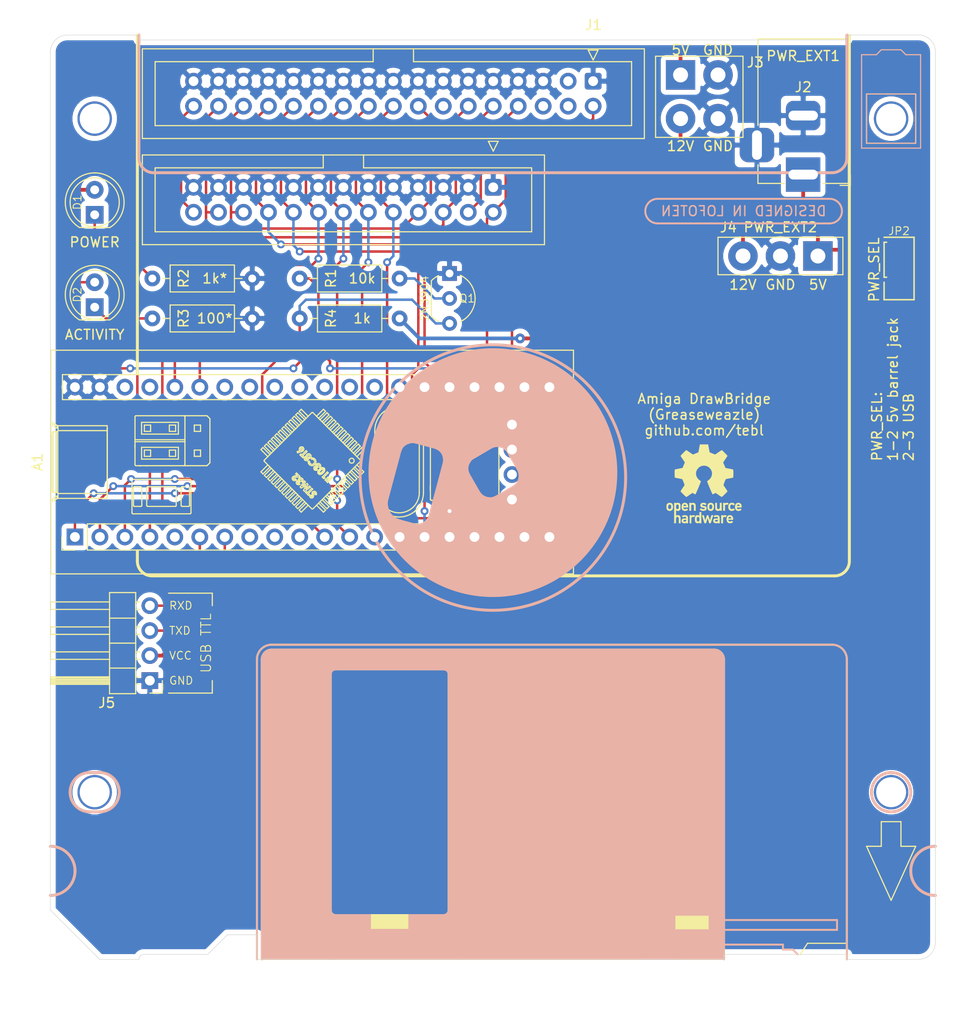
<source format=kicad_pcb>
(kicad_pcb (version 20171130) (host pcbnew "(5.1.8)-1")
  (layers (0 F.Cu signal) (31 B.Cu signal) (34 B.Paste user) (35 F.Paste user) (36 B.SilkS user) (37 F.SilkS user) (38 B.Mask user) (39 F.Mask user) (44 Edge.Cuts user))
  (net 0 "")
  (net 1 /~SIDE1)
  (net 2 /~TRK00)
  (net 3 /~STEP)
  (net 4 /~DIR)
  (net 5 /~MOTEB)
  (net 6 /~RDATA)
  (net 7 /~WDATA)
  (net 8 /~INDEX)
  (net 9 GND)
  (net 10 /~DSKCHG)
  (net 11 /~DRVSB)
  (net 12 /~WGATE)
  (net 13 /~WPT)
  (net 14 "Net-(J2-Pad1)")
  (net 15 "Net-(J3-Pad4)")
  (net 16 VCC)
  (net 17 /~REDWC)
  (net 18 "Net-(D1-Pad1)")
  (net 19 "Net-(D1-Pad2)")
  (net 20 "Net-(D2-Pad1)")
  (net 21 /RXD)
  (net 22 /TXD)
  (net 23 "Net-(A1-Pad22)")
  (net 24 /~MOTEA)
  (net 25 "Net-(D2-Pad2)")
  (net 26 "Net-(Q1-Pad2)")
  (module pwr_drv:PWR_DRV (layer F.Cu) (at 172.085 62.23)
    (fp_text reference J3 (at 7.6 -4.445) (layer F.SilkS))
    (fp_text value PWR_DRV)
    (fp_text user 12V (at 0 4.064) (layer F.SilkS))
    (fp_text user GND (at 3.81 4.064) (layer F.SilkS))
    (fp_text user 5V (at 0 -5.715) (layer F.SilkS))
    (fp_text user GND (at 3.81 -5.715) (layer F.SilkS))
    (pad 3 thru_hole circle (at 3.81 1.27) (size 3 3) (drill 1.52) (layers *.Cu *.Mask) (net 9 GND))
    (pad 1 thru_hole rect (at 0 -3.175) (size 3 3) (drill 1.52) (layers *.Cu *.Mask) (net 19 "Net-(D1-Pad2)"))
    (pad 4 thru_hole circle (at 0 1.27) (size 3 3) (drill 1.52) (layers *.Cu *.Mask) (net 15 "Net-(J3-Pad4)"))
    (pad 2 thru_hole circle (at 3.81 -3.175) (size 3 3) (drill 1.52) (layers *.Cu *.Mask) (net 9 GND))
  )
  (module Connector_IDC:IDC-Header_2x17_P2.54mm_Vertical (layer F.Cu) (at 163.195 59.69 270)
    (fp_text reference J1 (at -5.715 -0.035 180) (layer F.SilkS))
    (fp_text value FDC_PC)
    (pad 1 thru_hole roundrect (at 0 0 270) (size 1.7 1.7) (drill 1) (layers *.Cu *.Mask) (roundrect_rratio 0.1470588235294118) (net 9 GND))
    (pad 3 thru_hole circle (at 0 2.54 270) (size 1.7 1.7) (drill 1) (layers *.Cu *.Mask))
    (pad 5 thru_hole circle (at 0 5.08 270) (size 1.7 1.7) (drill 1) (layers *.Cu *.Mask) (net 9 GND))
    (pad 7 thru_hole circle (at 0 7.62 270) (size 1.7 1.7) (drill 1) (layers *.Cu *.Mask) (net 9 GND))
    (pad 9 thru_hole circle (at 0 10.16 270) (size 1.7 1.7) (drill 1) (layers *.Cu *.Mask) (net 9 GND))
    (pad 11 thru_hole circle (at 0 12.7 270) (size 1.7 1.7) (drill 1) (layers *.Cu *.Mask) (net 9 GND))
    (pad 13 thru_hole circle (at 0 15.24 270) (size 1.7 1.7) (drill 1) (layers *.Cu *.Mask) (net 9 GND))
    (pad 15 thru_hole circle (at 0 17.78 270) (size 1.7 1.7) (drill 1) (layers *.Cu *.Mask) (net 9 GND))
    (pad 17 thru_hole circle (at 0 20.32 270) (size 1.7 1.7) (drill 1) (layers *.Cu *.Mask) (net 9 GND))
    (pad 19 thru_hole circle (at 0 22.86 270) (size 1.7 1.7) (drill 1) (layers *.Cu *.Mask) (net 9 GND))
    (pad 21 thru_hole circle (at 0 25.4 270) (size 1.7 1.7) (drill 1) (layers *.Cu *.Mask) (net 9 GND))
    (pad 23 thru_hole circle (at 0 27.94 270) (size 1.7 1.7) (drill 1) (layers *.Cu *.Mask) (net 9 GND))
    (pad 25 thru_hole circle (at 0 30.48 270) (size 1.7 1.7) (drill 1) (layers *.Cu *.Mask) (net 9 GND))
    (pad 27 thru_hole circle (at 0 33.02 270) (size 1.7 1.7) (drill 1) (layers *.Cu *.Mask) (net 9 GND))
    (pad 29 thru_hole circle (at 0 35.56 270) (size 1.7 1.7) (drill 1) (layers *.Cu *.Mask) (net 9 GND))
    (pad 31 thru_hole circle (at 0 38.1 270) (size 1.7 1.7) (drill 1) (layers *.Cu *.Mask) (net 9 GND))
    (pad 33 thru_hole circle (at 0 40.64 270) (size 1.7 1.7) (drill 1) (layers *.Cu *.Mask) (net 9 GND))
    (pad 2 thru_hole circle (at 2.54 0 270) (size 1.7 1.7) (drill 1) (layers *.Cu *.Mask) (net 17 /~REDWC))
    (pad 4 thru_hole circle (at 2.54 2.54 270) (size 1.7 1.7) (drill 1) (layers *.Cu *.Mask))
    (pad 6 thru_hole circle (at 2.54 5.08 270) (size 1.7 1.7) (drill 1) (layers *.Cu *.Mask))
    (pad 8 thru_hole circle (at 2.54 7.62 270) (size 1.7 1.7) (drill 1) (layers *.Cu *.Mask) (net 8 /~INDEX))
    (pad 10 thru_hole circle (at 2.54 10.16 270) (size 1.7 1.7) (drill 1) (layers *.Cu *.Mask) (net 24 /~MOTEA))
    (pad 12 thru_hole circle (at 2.54 12.7 270) (size 1.7 1.7) (drill 1) (layers *.Cu *.Mask) (net 11 /~DRVSB))
    (pad 14 thru_hole circle (at 2.54 15.24 270) (size 1.7 1.7) (drill 1) (layers *.Cu *.Mask))
    (pad 16 thru_hole circle (at 2.54 17.78 270) (size 1.7 1.7) (drill 1) (layers *.Cu *.Mask) (net 5 /~MOTEB))
    (pad 18 thru_hole circle (at 2.54 20.32 270) (size 1.7 1.7) (drill 1) (layers *.Cu *.Mask) (net 4 /~DIR))
    (pad 20 thru_hole circle (at 2.54 22.86 270) (size 1.7 1.7) (drill 1) (layers *.Cu *.Mask) (net 3 /~STEP))
    (pad 22 thru_hole circle (at 2.54 25.4 270) (size 1.7 1.7) (drill 1) (layers *.Cu *.Mask) (net 7 /~WDATA))
    (pad 24 thru_hole circle (at 2.54 27.94 270) (size 1.7 1.7) (drill 1) (layers *.Cu *.Mask) (net 12 /~WGATE))
    (pad 26 thru_hole circle (at 2.54 30.48 270) (size 1.7 1.7) (drill 1) (layers *.Cu *.Mask) (net 2 /~TRK00))
    (pad 28 thru_hole circle (at 2.54 33.02 270) (size 1.7 1.7) (drill 1) (layers *.Cu *.Mask) (net 13 /~WPT))
    (pad 30 thru_hole circle (at 2.54 35.56 270) (size 1.7 1.7) (drill 1) (layers *.Cu *.Mask) (net 6 /~RDATA))
    (pad 32 thru_hole circle (at 2.54 38.1 270) (size 1.7 1.7) (drill 1) (layers *.Cu *.Mask) (net 1 /~SIDE1))
    (pad 34 thru_hole circle (at 2.54 40.64 270) (size 1.7 1.7) (drill 1) (layers *.Cu *.Mask) (net 10 /~DSKCHG))
  )
  (module Symbol:OSHW-Logo_7.5x8mm_SilkScreen (layer F.Cu) (at 174.463 100.638)
    (fp_text reference REF** hide)
    (fp_text value OSHW-Logo_7.5x8mm_SilkScreen hide)
  )
  (module Connector_BarrelJack:BarrelJack_Horizontal (layer F.Cu) (at 184.5564 69.1896 270)
    (fp_text reference J2 (at -8.89 0 180) (layer F.SilkS))
    (fp_text value PWR_EXT1 (at -12.065 0) (layer F.SilkS))
    (pad 1 thru_hole rect (at 0 0 270) (size 3.5 3.5) (drill oval 1 3) (layers *.Cu *.Mask) (net 14 "Net-(J2-Pad1)"))
    (pad 2 thru_hole roundrect (at -6 0 270) (size 3 3.5) (drill oval 1 3) (layers *.Cu *.Mask) (net 9 GND))
    (pad 3 thru_hole roundrect (at -3 4.7 270) (size 3.5 3.5) (drill oval 3 1) (layers *.Cu *.Mask) (net 9 GND))
  )
  (module solder_bridge:select (layer F.Cu) (at 194.31 76.835)
    (fp_text reference JP2 (at 0 -1.905) (layer F.SilkS) (effects (font (size 0.8 0.8) (thickness 0.1))))
    (fp_text value PWR_SEL (at -2.54 2.032 90 unlocked) (layer F.SilkS))
    (pad 3 smd oval (at 0 3.81) (size 2 1.5) (layers F.Cu F.Paste F.Mask) (net 16 VCC))
    (pad 2 smd oval (at 0 1.905) (size 2 1.5) (layers F.Cu F.Paste F.Mask) (net 19 "Net-(D1-Pad2)"))
    (pad 1 smd rect (at 0 0) (size 2 1.5) (layers F.Cu F.Paste F.Mask) (net 14 "Net-(J2-Pad1)"))
  )
  (module mounting:M3_pin (layer F.Cu) (at 112.5 132)
    (fp_text reference M1 hide)
    (fp_text value Mounting hide)
    (pad 1 thru_hole circle (at 0 0) (size 3.5 3.5) (drill 3.048) (layers *.Cu *.Mask))
  )
  (module mounting:M3_pin (layer F.Cu) (at 193.5 132)
    (fp_text reference M2 hide)
    (fp_text value Mounting hide)
    (pad 1 thru_hole circle (at 0 0) (size 3.5 3.5) (drill 3.048) (layers *.Cu *.Mask))
  )
  (module mounting:M3_pin (layer F.Cu) (at 193.5 63.5)
    (fp_text reference M3 hide)
    (fp_text value Mounting hide)
    (pad 1 thru_hole circle (at 0 0) (size 3.5 3.5) (drill 3.048) (layers *.Cu *.Mask))
  )
  (module mounting:M3_pin (layer F.Cu) (at 112.5 63.5)
    (fp_text reference M4 hide)
    (fp_text value Mounting hide)
    (pad 1 thru_hole circle (at 0 0) (size 3.5 3.5) (drill 3.048) (layers *.Cu *.Mask))
  )
  (module LED_THT:LED_D5.0mm (layer F.Cu) (at 112.5 73.279 90)
    (fp_text reference D1 (at 1.27 -1.756 270) (layer F.SilkS) (effects (font (size 0.8 0.8) (thickness 0.1))))
    (fp_text value LED_PWR)
    (pad 1 thru_hole rect (at 0 0 90) (size 1.8 1.8) (drill 0.9) (layers *.Cu *.Mask) (net 18 "Net-(D1-Pad1)"))
    (pad 2 thru_hole circle (at 2.54 0 90) (size 1.8 1.8) (drill 0.9) (layers *.Cu *.Mask) (net 19 "Net-(D1-Pad2)"))
  )
  (module LED_THT:LED_D5.0mm (layer F.Cu) (at 112.5 82.677 90)
    (fp_text reference D2 (at 1.27 -1.756 270) (layer F.SilkS) (effects (font (size 0.8 0.8) (thickness 0.1))))
    (fp_text value LED_ACT)
    (pad 2 thru_hole circle (at 2.54 0 90) (size 1.8 1.8) (drill 0.9) (layers *.Cu *.Mask) (net 25 "Net-(D2-Pad2)"))
    (pad 1 thru_hole rect (at 0 0 90) (size 1.8 1.8) (drill 0.9) (layers *.Cu *.Mask) (net 20 "Net-(D2-Pad1)"))
  )
  (module pwr_drv:PWR_EXT (layer F.Cu) (at 182.245 80.645)
    (fp_text reference J4 (at -5.2959 -6.0833) (layer F.SilkS))
    (fp_text value PWR_EXT2 (at 0 -6.096) (layer F.SilkS))
    (fp_text user 5V (at 3.81 -0.254) (layer F.SilkS))
    (fp_text user GND (at 0 -0.254) (layer F.SilkS))
    (fp_text user 12V (at -3.81 -0.254) (layer F.SilkS))
    (pad 1 thru_hole rect (at 3.81 -3.175) (size 3 3) (drill 1.52) (layers *.Cu *.Mask) (net 14 "Net-(J2-Pad1)"))
    (pad 3 thru_hole circle (at -3.81 -3.175) (size 3 3) (drill 1.52) (layers *.Cu *.Mask) (net 15 "Net-(J3-Pad4)"))
    (pad 2 thru_hole circle (at 0 -3.175) (size 3 3) (drill 1.52) (layers *.Cu *.Mask) (net 9 GND))
  )
  (module Resistor_THT:R_Axial_DIN0207_L6.3mm_D2.5mm_P10.16mm_Horizontal (layer F.Cu) (at 118.364 79.756)
    (fp_text reference R2 (at 3.175 0 90) (layer F.SilkS))
    (fp_text value 1k* (at 6.35 0) (layer F.SilkS))
    (pad 2 thru_hole oval (at 10.16 0) (size 1.6 1.6) (drill 0.8) (layers *.Cu *.Mask) (net 9 GND))
    (pad 1 thru_hole circle (at 0 0) (size 1.6 1.6) (drill 0.8) (layers *.Cu *.Mask) (net 18 "Net-(D1-Pad1)"))
  )
  (module Resistor_THT:R_Axial_DIN0207_L6.3mm_D2.5mm_P10.16mm_Horizontal (layer F.Cu) (at 118.364 83.82)
    (fp_text reference R3 (at 3.175 0 90) (layer F.SilkS))
    (fp_text value 100* (at 6.35 0) (layer F.SilkS))
    (pad 1 thru_hole circle (at 0 0) (size 1.6 1.6) (drill 0.8) (layers *.Cu *.Mask) (net 20 "Net-(D2-Pad1)"))
    (pad 2 thru_hole oval (at 10.16 0) (size 1.6 1.6) (drill 0.8) (layers *.Cu *.Mask) (net 9 GND))
  )
  (module stm32_blue_pill:STM32_Blue_Pill (layer F.Cu) (at 110.49 106.045 90)
    (fp_text reference A1 (at 7.62 -3.81 90) (layer F.SilkS))
    (fp_text value STM32_Blue_Pill hide)
    (fp_text user 3V3 (at 3.81 47.498 unlocked) (layer F.SilkS) (effects (font (size 1 0.9))))
    (fp_text user SWO (at 6.35 47.498 unlocked) (layer F.SilkS) (effects (font (size 1 0.9))))
    (fp_text user SWCLK (at 8.89 48.26 unlocked) (layer F.SilkS) (effects (font (size 1 0.9))))
    (fp_text user GND (at 11.43 47.498 unlocked) (layer F.SilkS) (effects (font (size 1 0.9))))
    (pad A thru_hole circle (at 3.81 44.45 90) (size 1.7 1.7) (drill 1) (layers *.Cu *.Mask))
    (pad B thru_hole circle (at 6.35 44.45 90) (size 1.7 1.7) (drill 1) (layers *.Cu *.Mask))
    (pad C thru_hole circle (at 8.89 44.45 90) (size 1.7 1.7) (drill 1) (layers *.Cu *.Mask))
    (pad D thru_hole circle (at 11.43 44.45 90) (size 1.7 1.7) (drill 1) (layers *.Cu *.Mask))
    (pad 40 thru_hole circle (at 15.24 0 90) (size 1.7 1.7) (drill 1) (layers *.Cu *.Mask) (net 9 GND))
    (pad 1 thru_hole rect (at 0 0 90) (size 1.7 1.7) (drill 1) (layers *.Cu *.Mask) (net 4 /~DIR))
    (pad 39 thru_hole circle (at 15.24 2.54 90) (size 1.7 1.7) (drill 1) (layers *.Cu *.Mask) (net 9 GND))
    (pad 2 thru_hole circle (at 0 2.54 90) (size 1.7 1.7) (drill 1) (layers *.Cu *.Mask) (net 3 /~STEP))
    (pad 38 thru_hole circle (at 15.24 5.08 90) (size 1.7 1.7) (drill 1) (layers *.Cu *.Mask))
    (pad 3 thru_hole circle (at 0 5.08 90) (size 1.7 1.7) (drill 1) (layers *.Cu *.Mask) (net 12 /~WGATE))
    (pad 37 thru_hole circle (at 15.24 7.62 90) (size 1.7 1.7) (drill 1) (layers *.Cu *.Mask))
    (pad 4 thru_hole circle (at 0 7.62 90) (size 1.7 1.7) (drill 1) (layers *.Cu *.Mask) (net 1 /~SIDE1))
    (pad 36 thru_hole circle (at 15.24 10.16 90) (size 1.7 1.7) (drill 1) (layers *.Cu *.Mask) (net 5 /~MOTEB))
    (pad 5 thru_hole circle (at 0 10.16 90) (size 1.7 1.7) (drill 1) (layers *.Cu *.Mask))
    (pad 35 thru_hole circle (at 15.24 12.7 90) (size 1.7 1.7) (drill 1) (layers *.Cu *.Mask) (net 11 /~DRVSB))
    (pad 6 thru_hole circle (at 0 12.7 90) (size 1.7 1.7) (drill 1) (layers *.Cu *.Mask) (net 21 /RXD))
    (pad 34 thru_hole circle (at 15.24 15.24 90) (size 1.7 1.7) (drill 1) (layers *.Cu *.Mask))
    (pad 7 thru_hole circle (at 0 15.24 90) (size 1.7 1.7) (drill 1) (layers *.Cu *.Mask) (net 22 /TXD))
    (pad 33 thru_hole circle (at 15.24 17.78 90) (size 1.7 1.7) (drill 1) (layers *.Cu *.Mask))
    (pad 8 thru_hole circle (at 0 17.78 90) (size 1.7 1.7) (drill 1) (layers *.Cu *.Mask))
    (pad 32 thru_hole circle (at 15.24 20.32 90) (size 1.7 1.7) (drill 1) (layers *.Cu *.Mask))
    (pad 9 thru_hole circle (at 0 20.32 90) (size 1.7 1.7) (drill 1) (layers *.Cu *.Mask))
    (pad 31 thru_hole circle (at 15.24 22.86 90) (size 1.7 1.7) (drill 1) (layers *.Cu *.Mask))
    (pad 10 thru_hole circle (at 0 22.86 90) (size 1.7 1.7) (drill 1) (layers *.Cu *.Mask))
    (pad 30 thru_hole circle (at 15.24 25.4 90) (size 1.7 1.7) (drill 1) (layers *.Cu *.Mask))
    (pad 11 thru_hole circle (at 0 25.4 90) (size 1.7 1.7) (drill 1) (layers *.Cu *.Mask) (net 6 /~RDATA))
    (pad 29 thru_hole circle (at 15.24 27.94 90) (size 1.7 1.7) (drill 1) (layers *.Cu *.Mask))
    (pad 12 thru_hole circle (at 0 27.94 90) (size 1.7 1.7) (drill 1) (layers *.Cu *.Mask) (net 7 /~WDATA))
    (pad 28 thru_hole circle (at 15.24 30.48 90) (size 1.7 1.7) (drill 1) (layers *.Cu *.Mask))
    (pad 13 thru_hole circle (at 0 30.48 90) (size 1.7 1.7) (drill 1) (layers *.Cu *.Mask))
    (pad 27 thru_hole circle (at 15.24 33.02 90) (size 1.7 1.7) (drill 1) (layers *.Cu *.Mask))
    (pad 14 thru_hole circle (at 0 33.02 90) (size 1.7 1.7) (drill 1) (layers *.Cu *.Mask) (net 8 /~INDEX))
    (pad 26 thru_hole circle (at 15.24 35.56 90) (size 1.7 1.7) (drill 1) (layers *.Cu *.Mask))
    (pad 15 thru_hole circle (at 0 35.56 90) (size 1.7 1.7) (drill 1) (layers *.Cu *.Mask) (net 2 /~TRK00))
    (pad 25 thru_hole circle (at 15.24 38.1 90) (size 1.7 1.7) (drill 1) (layers *.Cu *.Mask))
    (pad 16 thru_hole circle (at 0 38.1 90) (size 1.7 1.7) (drill 1) (layers *.Cu *.Mask) (net 13 /~WPT))
    (pad 24 thru_hole circle (at 15.24 40.64 90) (size 1.7 1.7) (drill 1) (layers *.Cu *.Mask))
    (pad 17 thru_hole circle (at 0 40.64 90) (size 1.7 1.7) (drill 1) (layers *.Cu *.Mask) (net 17 /~REDWC))
    (pad 23 thru_hole circle (at 15.24 43.18 90) (size 1.7 1.7) (drill 1) (layers *.Cu *.Mask))
    (pad 18 thru_hole circle (at 0 43.18 90) (size 1.7 1.7) (drill 1) (layers *.Cu *.Mask) (net 16 VCC))
    (pad 22 thru_hole circle (at 15.24 45.72 90) (size 1.7 1.7) (drill 1) (layers *.Cu *.Mask) (net 23 "Net-(A1-Pad22)"))
    (pad 19 thru_hole circle (at 0 45.72 90) (size 1.7 1.7) (drill 1) (layers *.Cu *.Mask) (net 9 GND))
    (pad 21 thru_hole circle (at 15.24 48.26 90) (size 1.7 1.7) (drill 1) (layers *.Cu *.Mask))
    (pad 20 thru_hole circle (at 0 48.26 90) (size 1.7 1.7) (drill 1) (layers *.Cu *.Mask))
  )
  (module Connector_PinHeader_2.54mm:PinHeader_1x04_P2.54mm_Horizontal (layer F.Cu) (at 118.11 120.65 180)
    (fp_text reference J5 (at 4.385 -2.27) (layer F.SilkS))
    (fp_text value USB_TTL)
    (pad 1 thru_hole rect (at 0 0 180) (size 1.7 1.7) (drill 1) (layers *.Cu *.Mask) (net 9 GND))
    (pad 2 thru_hole oval (at 0 2.54 180) (size 1.7 1.7) (drill 1) (layers *.Cu *.Mask) (net 16 VCC))
    (pad 3 thru_hole oval (at 0 5.08 180) (size 1.7 1.7) (drill 1) (layers *.Cu *.Mask) (net 22 /TXD))
    (pad 4 thru_hole oval (at 0 7.62 180) (size 1.7 1.7) (drill 1) (layers *.Cu *.Mask) (net 21 /RXD))
  )
  (module Connector_IDC:IDC-Header_2x13_P2.54mm_Vertical (layer F.Cu) (at 153.035 70.485 270)
    (fp_text reference J6 hide)
    (fp_text value FDC_Amstrad)
    (pad 1 thru_hole roundrect (at 0 0 270) (size 1.7 1.7) (drill 1) (layers *.Cu *.Mask) (roundrect_rratio 0.147059) (net 9 GND))
    (pad 3 thru_hole circle (at 0 2.54 270) (size 1.7 1.7) (drill 1) (layers *.Cu *.Mask) (net 9 GND))
    (pad 5 thru_hole circle (at 0 5.08 270) (size 1.7 1.7) (drill 1) (layers *.Cu *.Mask) (net 9 GND))
    (pad 7 thru_hole circle (at 0 7.62 270) (size 1.7 1.7) (drill 1) (layers *.Cu *.Mask) (net 9 GND))
    (pad 9 thru_hole circle (at 0 10.16 270) (size 1.7 1.7) (drill 1) (layers *.Cu *.Mask) (net 9 GND))
    (pad 11 thru_hole circle (at 0 12.7 270) (size 1.7 1.7) (drill 1) (layers *.Cu *.Mask) (net 9 GND))
    (pad 13 thru_hole circle (at 0 15.24 270) (size 1.7 1.7) (drill 1) (layers *.Cu *.Mask) (net 9 GND))
    (pad 15 thru_hole circle (at 0 17.78 270) (size 1.7 1.7) (drill 1) (layers *.Cu *.Mask) (net 9 GND))
    (pad 17 thru_hole circle (at 0 20.32 270) (size 1.7 1.7) (drill 1) (layers *.Cu *.Mask) (net 9 GND))
    (pad 19 thru_hole circle (at 0 22.86 270) (size 1.7 1.7) (drill 1) (layers *.Cu *.Mask) (net 9 GND))
    (pad 21 thru_hole circle (at 0 25.4 270) (size 1.7 1.7) (drill 1) (layers *.Cu *.Mask) (net 9 GND))
    (pad 23 thru_hole circle (at 0 27.94 270) (size 1.7 1.7) (drill 1) (layers *.Cu *.Mask) (net 9 GND))
    (pad 25 thru_hole circle (at 0 30.48 270) (size 1.7 1.7) (drill 1) (layers *.Cu *.Mask) (net 9 GND))
    (pad 2 thru_hole circle (at 2.54 0 270) (size 1.7 1.7) (drill 1) (layers *.Cu *.Mask) (net 8 /~INDEX))
    (pad 4 thru_hole circle (at 2.54 2.54 270) (size 1.7 1.7) (drill 1) (layers *.Cu *.Mask) (net 24 /~MOTEA))
    (pad 6 thru_hole circle (at 2.54 5.08 270) (size 1.7 1.7) (drill 1) (layers *.Cu *.Mask) (net 11 /~DRVSB))
    (pad 8 thru_hole circle (at 2.54 7.62 270) (size 1.7 1.7) (drill 1) (layers *.Cu *.Mask) (net 5 /~MOTEB))
    (pad 10 thru_hole circle (at 2.54 10.16 270) (size 1.7 1.7) (drill 1) (layers *.Cu *.Mask) (net 4 /~DIR))
    (pad 12 thru_hole circle (at 2.54 12.7 270) (size 1.7 1.7) (drill 1) (layers *.Cu *.Mask) (net 3 /~STEP))
    (pad 14 thru_hole circle (at 2.54 15.24 270) (size 1.7 1.7) (drill 1) (layers *.Cu *.Mask) (net 7 /~WDATA))
    (pad 16 thru_hole circle (at 2.54 17.78 270) (size 1.7 1.7) (drill 1) (layers *.Cu *.Mask) (net 12 /~WGATE))
    (pad 18 thru_hole circle (at 2.54 20.32 270) (size 1.7 1.7) (drill 1) (layers *.Cu *.Mask) (net 2 /~TRK00))
    (pad 20 thru_hole circle (at 2.54 22.86 270) (size 1.7 1.7) (drill 1) (layers *.Cu *.Mask) (net 13 /~WPT))
    (pad 22 thru_hole circle (at 2.54 25.4 270) (size 1.7 1.7) (drill 1) (layers *.Cu *.Mask) (net 6 /~RDATA))
    (pad 24 thru_hole circle (at 2.54 27.94 270) (size 1.7 1.7) (drill 1) (layers *.Cu *.Mask) (net 1 /~SIDE1))
    (pad 26 thru_hole circle (at 2.54 30.48 270) (size 1.7 1.7) (drill 1) (layers *.Cu *.Mask) (net 10 /~DSKCHG))
  )
  (module Package_TO_SOT_THT:TO-92_Inline_Wide (layer F.Cu) (at 148.59 79.248 270)
    (fp_text reference Q1 (at 2.54 -1.778 180) (layer F.SilkS) (effects (font (size 0.8 0.8) (thickness 0.1))))
    (fp_text value 2N3904 (at 2.54 2.54 90) (layer F.SilkS) (effects (font (size 0.8 0.8) (thickness 0.1))))
    (pad 2 thru_hole circle (at 2.54 0 270) (size 1.5 1.5) (drill 0.8) (layers *.Cu *.Mask) (net 26 "Net-(Q1-Pad2)"))
    (pad 3 thru_hole circle (at 5.08 0 270) (size 1.5 1.5) (drill 0.8) (layers *.Cu *.Mask) (net 25 "Net-(D2-Pad2)"))
    (pad 1 thru_hole rect (at 0 0 270) (size 1.5 1.5) (drill 0.8) (layers *.Cu *.Mask) (net 9 GND))
  )
  (module Resistor_THT:R_Axial_DIN0207_L6.3mm_D2.5mm_P10.16mm_Horizontal (layer F.Cu) (at 133.35 79.756)
    (fp_text reference R1 (at 3.175 0 90) (layer F.SilkS))
    (fp_text value 10k (at 6.35 0) (layer F.SilkS))
    (pad 2 thru_hole oval (at 10.16 0) (size 1.6 1.6) (drill 0.8) (layers *.Cu *.Mask) (net 26 "Net-(Q1-Pad2)"))
    (pad 1 thru_hole circle (at 0 0) (size 1.6 1.6) (drill 0.8) (layers *.Cu *.Mask) (net 23 "Net-(A1-Pad22)"))
  )
  (module Resistor_THT:R_Axial_DIN0207_L6.3mm_D2.5mm_P10.16mm_Horizontal (layer F.Cu) (at 143.51 83.82 180)
    (fp_text reference R4 (at 6.985 0 90) (layer F.SilkS))
    (fp_text value 1k (at 3.81 0) (layer F.SilkS))
    (pad 1 thru_hole circle (at 0 0 180) (size 1.6 1.6) (drill 0.8) (layers *.Cu *.Mask) (net 16 VCC))
    (pad 2 thru_hole oval (at 10.16 0 180) (size 1.6 1.6) (drill 0.8) (layers *.Cu *.Mask) (net 25 "Net-(D2-Pad2)"))
  )
  (gr_line (start 124.46 121.92) (end 120.015 121.92) (layer F.SilkS) (width 0.12))
  (gr_line (start 124.46 120.65) (end 124.46 121.92) (layer F.SilkS) (width 0.12))
  (gr_line (start 124.46 111.76) (end 124.46 113.03) (layer F.SilkS) (width 0.12))
  (gr_line (start 120.015 111.76) (end 124.46 111.76) (layer F.SilkS) (width 0.12))
  (gr_text "USB TTL" (at 123.825 116.84 90) (layer F.SilkS) (effects (font (size 1 1) (thickness 0.1))))
  (gr_text RXD (at 120.015 113.03) (layer F.SilkS) (effects (font (size 0.8 0.8) (thickness 0.1)) (justify left)))
  (gr_text TXD (at 120.015 115.57) (layer F.SilkS) (effects (font (size 0.8 0.8) (thickness 0.1)) (justify left)))
  (gr_text VCC (at 120.015 118.11) (layer F.SilkS) (effects (font (size 0.8 0.8) (thickness 0.1)) (justify left)))
  (gr_text GND (at 120.015 120.65) (layer F.SilkS) (effects (font (size 0.8 0.8) (thickness 0.1)) (justify left)))
  (gr_arc (start 196.3 147.3) (end 196.3 149) (angle -90) (layer Edge.Cuts) (width 0.05))
  (gr_arc (start 196.3 56.7) (end 198 56.7) (angle -90) (layer Edge.Cuts) (width 0.05))
  (gr_text ACTIVITY (at 112.5 85.471) (layer F.SilkS) (effects (font (size 1 1))))
  (gr_text POWER (at 112.5 76.073) (layer F.SilkS) (effects (font (size 1 1))))
  (gr_text "Amiga DrawBridge\n(Greaseweazle)\ngithub.com/tebl" (at 174.498 93.6) (layer F.SilkS) (effects (font (size 1 1))))
  (gr_text "PWR_SEL:\n1-2 5v barrel jack\n2-3 USB" (at 193.675 98.425 90) (layer F.SilkS) (effects (font (size 1 1)) (justify left)))
  (gr_line (start 116.84 107.4674) (end 116.84 108.5) (layer F.SilkS) (width 0.3))
  (gr_line (start 196 61) (end 191 61) (layer F.SilkS) (width 0.12))
  (gr_line (start 191 61) (end 191 66) (layer B.SilkS) (width 0.12))
  (gr_line (start 196 61) (end 191 61) (layer B.SilkS) (width 0.12))
  (gr_line (start 196 66) (end 196 61) (layer B.SilkS) (width 0.12))
  (gr_line (start 191 66) (end 191 61) (layer F.SilkS) (width 0.12))
  (gr_line (start 191 66) (end 196 66) (layer B.SilkS) (width 0.12))
  (gr_line (start 196 61) (end 196 66) (layer F.SilkS) (width 0.12))
  (gr_line (start 196 66) (end 191 66) (layer F.SilkS) (width 0.12))
  (gr_poly (pts (xy 155.7 87.3) (xy 157.8 87.9) (xy 159.5 88.8) (xy 161.3 90.1) (xy 162.4 91.3) (xy 163.1 92.1) (xy 163.8 93.2) (xy 164.2 94) (xy 147.1 88.5) (xy 148.4 87.9) (xy 150.3 87.3) (xy 152 87) (xy 153.6 87)) (layer B.SilkS) (width 0.1))
  (gr_poly (pts (xy 150.5 98.7) (xy 150.4 99.1) (xy 150.5 99.4) (xy 150.615185 99.711237) (xy 150.8 100) (xy 147.6 100) (xy 147.953637 98.530233) (xy 148 98.2) (xy 150.8 98.2)) (layer B.SilkS) (width 0.1))
  (gr_poly (pts (xy 164.2 94) (xy 165.1 96.3) (xy 165.5 98.9) (xy 165.3 101.7) (xy 164.8 103.7) (xy 146.530132 103.842824) (xy 146.7 103.2) (xy 147.2 101.4) (xy 147.6 100) (xy 150.8 100) (xy 151.615185 101.443288) (xy 151.9 101.8) (xy 152.3 102) (xy 152.8 102.1) (xy 153.1 102) (xy 153.5 101.8) (xy 155.2 100.8) (xy 155.4 100.6) (xy 155.6 100.3) (xy 155.7 99.8) (xy 155.6 99.4) (xy 155.3 98.8) (xy 154.4 97.3) (xy 154.1 97) (xy 153.5 96.8) (xy 153 96.9) (xy 150.8 98.2) (xy 148 98.2) (xy 147.9 97.7) (xy 147.8 97.5) (xy 147.5 97.2) (xy 147.069753 96.999301) (xy 147.1 88.5)) (layer B.SilkS) (width 0.1))
  (gr_poly (pts (xy 143.2 98.9) (xy 142.312875 102.195177) (xy 142.2 102.7) (xy 142.5 103.6) (xy 142.8 103.9) (xy 143.2 104.2) (xy 143.8 104.4) (xy 144.9 104.7) (xy 145.3 104.8) (xy 145.8 104.7) (xy 146.1 104.5) (xy 146.4 104.2) (xy 146.530132 103.842824) (xy 164.8 103.7) (xy 163.8 105.7) (xy 162.6 107.5) (xy 161.4 108.7) (xy 160 109.9) (xy 158.5 110.7) (xy 157.4 111.2) (xy 155.7 111.7) (xy 154.4 111.9) (xy 152.8 112) (xy 151.2 111.9) (xy 149.7 111.6) (xy 148.1 111) (xy 146.7 110.3) (xy 145.1 109.2) (xy 143.7 107.9) (xy 142.7 106.6) (xy 141.8 105.1) (xy 141.2 103.6) (xy 140.7 102) (xy 140.5 100.6) (xy 140.5 98.9) (xy 140.7 97.4) (xy 143.6 97.4)) (layer B.SilkS) (width 0.1))
  (gr_poly (pts (xy 147.069753 96.999301) (xy 145.3 96.5) (xy 144.8 96.4) (xy 144.2 96.6) (xy 143.8 96.9) (xy 143.60697 97.365549) (xy 143.6 97.4) (xy 140.7 97.4) (xy 141.2 95.4) (xy 141.9 93.8) (xy 142.9 92.2) (xy 143.6 91.3) (xy 145.8 89.3) (xy 147.1 88.5)) (layer B.SilkS) (width 0.1))
  (gr_poly (pts (xy 176 117.6) (xy 176.4 118) (xy 176.5 118.5) (xy 176.5 144.5) (xy 171.5 144.5) (xy 171.5 146) (xy 148.5 146) (xy 148.5 120) (xy 148.7 117.5) (xy 175.5 117.5)) (layer B.SilkS) (width 0.1))
  (gr_poly (pts (xy 148.7 120) (xy 148.5 120) (xy 148.5 119.8) (xy 148.3 119.6) (xy 148 119.5) (xy 136.8 119.5) (xy 136.6 119.7) (xy 136.5 120) (xy 136.5 144.1) (xy 136.7 144.4) (xy 137 144.5) (xy 140.5 144.5) (xy 140.5 146) (xy 144.5 146) (xy 144.5 144.5) (xy 148.2 144.5) (xy 148.4 144.3) (xy 148.5 144) (xy 148.5 146) (xy 175 146) (xy 175 144.5) (xy 176.5 144.5) (xy 176.5 149) (xy 129.5 149) (xy 129.5 118.3) (xy 129.6 118.1) (xy 129.8 117.8) (xy 130.1 117.6) (xy 130.5 117.5) (xy 148.7 117.5)) (layer B.SilkS) (width 0.1))
  (gr_poly (pts (xy 175.9 117.6) (xy 176.2 117.8) (xy 176.4 118.1) (xy 176.5 118.5) (xy 176.5 149) (xy 171.5 149) (xy 171.5 148.5) (xy 168.5 148.5) (xy 168.5 149) (xy 149.5 149) (xy 149.5 117.5) (xy 175.5 117.5)) (layer F.SilkS) (width 0.1))
  (gr_poly (pts (xy 149.5 149) (xy 137 149) (xy 137 144.5) (xy 148 144.5) (xy 148.3 144.4) (xy 148.5 144.2) (xy 148.5 120) (xy 148.4 119.7) (xy 148.2 119.5) (xy 137 119.5) (xy 137 117.5) (xy 149.5 117.5)) (layer F.SilkS) (width 0.1))
  (gr_poly (pts (xy 136.6 144.3) (xy 136.8 144.5) (xy 137 144.5) (xy 137 149) (xy 136.5 149) (xy 136.5 144)) (layer F.SilkS) (width 0.1))
  (gr_poly (pts (xy 137 119.5) (xy 136.8 119.5) (xy 136.6 119.7) (xy 136.5 120) (xy 136.5 117.5) (xy 137 117.5)) (layer F.SilkS) (width 0.1))
  (gr_poly (pts (xy 136.5 119.4) (xy 136.5 120) (xy 136.5 149) (xy 129.5 149) (xy 129.5 118.5) (xy 129.6 118) (xy 130 117.6) (xy 130.5 117.5) (xy 136.5 117.5)) (layer F.SilkS) (width 0.1))
  (gr_line (start 194.5 135) (end 194.5 137.5) (layer F.SilkS) (width 0.12))
  (gr_line (start 192.5 135) (end 194.5 135) (layer F.SilkS) (width 0.12))
  (gr_line (start 192.5 137.5) (end 192.5 135) (layer F.SilkS) (width 0.12))
  (gr_line (start 191 137.5) (end 192.5 137.5) (layer F.SilkS) (width 0.12))
  (gr_line (start 193.5 143) (end 191 137.5) (layer F.SilkS) (width 0.12))
  (gr_line (start 196 137.5) (end 194.5 137.5) (layer F.SilkS) (width 0.12))
  (gr_line (start 193.5 143) (end 196 137.5) (layer F.SilkS) (width 0.12))
  (gr_line (start 143.60697 97.365548) (end 142.312875 102.195177) (layer B.SilkS) (width 0.12))
  (gr_line (start 143.550312 104.338481) (end 144.999201 104.726709) (layer B.SilkS) (width 0.12))
  (gr_arc (start 144.003245 102.64811) (end 142.312875 102.195177) (angle -90) (layer B.SilkS) (width 0.12))
  (gr_arc (start 145.322724 103.519301) (end 144.999201 104.726709) (angle -90) (layer B.SilkS) (width 0.12))
  (gr_line (start 147.069753 96.999302) (end 145.137901 96.481664) (layer B.SilkS) (width 0.12))
  (gr_line (start 146.530132 103.842825) (end 147.953637 98.530233) (layer B.SilkS) (width 0.12))
  (gr_arc (start 146.746229 98.206709) (end 147.953637 98.530233) (angle -90) (layer B.SilkS) (width 0.12))
  (gr_arc (start 144.814378 97.689072) (end 145.137901 96.481664) (angle -90) (layer B.SilkS) (width 0.12))
  (gr_arc (start 154.429767 99.818288) (end 155.054767 100.90082) (angle -90) (layer B.SilkS) (width 0.12))
  (gr_arc (start 152.697716 100.818288) (end 151.615185 101.443288) (angle -90) (layer B.SilkS) (width 0.12))
  (gr_arc (start 151.697716 99.086237) (end 151.072716 98.003705) (angle -90) (layer B.SilkS) (width 0.12))
  (gr_arc (start 153.429767 98.086237) (end 154.512299 97.461237) (angle -90) (layer B.SilkS) (width 0.12))
  (gr_line (start 152.804767 97.003705) (end 151.072716 98.003705) (layer B.SilkS) (width 0.12))
  (gr_line (start 155.512299 99.193288) (end 154.512299 97.461237) (layer B.SilkS) (width 0.12))
  (gr_line (start 153.322716 101.90082) (end 155.054767 100.90082) (layer B.SilkS) (width 0.12))
  (gr_line (start 150.615185 99.711237) (end 151.615185 101.443288) (layer B.SilkS) (width 0.12))
  (gr_circle (center 153 99.5) (end 165.5 99.5) (layer B.SilkS) (width 0.3))
  (gr_circle (center 153 100) (end 166.5 100) (layer B.SilkS) (width 0.3))
  (gr_line (start 194.5 56.5) (end 192.5 56.5) (layer B.SilkS) (width 0.12))
  (gr_line (start 192 57) (end 190.5 57) (layer B.SilkS) (width 0.12))
  (gr_line (start 192.5 56.5) (end 192 57) (layer B.SilkS) (width 0.12))
  (gr_line (start 195 57) (end 196.5 57) (layer B.SilkS) (width 0.12))
  (gr_line (start 194.5 56.5) (end 195 57) (layer B.SilkS) (width 0.12))
  (gr_line (start 196.5 66.5) (end 190.5 66.5) (layer B.SilkS) (width 0.12))
  (gr_line (start 196.5 57) (end 196.5 66.5) (layer B.SilkS) (width 0.12))
  (gr_line (start 190.5 66.5) (end 190.5 57) (layer B.SilkS) (width 0.12))
  (gr_text "DESIGNED IN LOFOTEN" (at 178.5 72.905) (layer B.SilkS) (effects (font (size 1 1)) (justify mirror)))
  (gr_line (start 187.25 74.155) (end 169.75 74.155) (layer B.SilkS) (width 0.2))
  (gr_line (start 187.25 71.655) (end 169.75 71.655) (layer B.SilkS) (width 0.2))
  (gr_arc (start 169.75 72.905) (end 169.75 71.655) (angle -180) (layer B.SilkS) (width 0.2))
  (gr_arc (start 187.25 72.905) (end 187.25 74.155) (angle -180) (layer B.SilkS) (width 0.2))
  (gr_line (start 183.5 148) (end 184 148.5) (layer B.SilkS) (width 0.2))
  (gr_line (start 182.5 148) (end 183.5 148) (layer B.SilkS) (width 0.2))
  (gr_line (start 182.5 147.5) (end 182.5 148) (layer B.SilkS) (width 0.2))
  (gr_line (start 176.5 147.5) (end 182.5 147.5) (layer B.SilkS) (width 0.2))
  (gr_line (start 113 134) (end 112 134) (layer B.SilkS) (width 0.3))
  (gr_line (start 113 130) (end 112 130) (layer B.SilkS) (width 0.3))
  (gr_arc (start 113 132) (end 113 134) (angle -180) (layer B.SilkS) (width 0.3))
  (gr_arc (start 112 132) (end 112 130) (angle -180) (layer B.SilkS) (width 0.3))
  (gr_circle (center 193.5 132) (end 195.5 132) (layer B.SilkS) (width 0.3))
  (gr_arc (start 108 140) (end 108 142.5) (angle -90) (layer B.SilkS) (width 0.3))
  (gr_arc (start 108 140) (end 110.5 140) (angle -90) (layer B.SilkS) (width 0.3))
  (gr_arc (start 198 140) (end 195.5 140) (angle -90) (layer B.SilkS) (width 0.3))
  (gr_arc (start 198 140) (end 198 137.5) (angle -90) (layer B.SilkS) (width 0.3))
  (gr_line (start 188 145) (end 176.5 145) (layer B.SilkS) (width 0.2))
  (gr_line (start 188 146) (end 188 145) (layer B.SilkS) (width 0.2))
  (gr_line (start 176.5 146) (end 188 146) (layer B.SilkS) (width 0.2))
  (gr_line (start 171.5 144.5) (end 175 144.5) (layer B.SilkS) (width 0.12))
  (gr_line (start 171.5 146) (end 171.5 144.5) (layer B.SilkS) (width 0.12))
  (gr_line (start 175 146) (end 171.5 146) (layer B.SilkS) (width 0.12))
  (gr_line (start 175 144.5) (end 175 146) (layer B.SilkS) (width 0.12))
  (gr_line (start 185 147.365) (end 184.2643 148.5011) (layer F.SilkS) (width 0.12))
  (gr_line (start 189 147.365) (end 185 147.365) (layer F.SilkS) (width 0.12))
  (gr_line (start 176.5 148.5) (end 185 148.5) (layer Edge.Cuts) (width 0.05))
  (gr_line (start 176.5 149) (end 176.5 148.5) (layer Edge.Cuts) (width 0.05))
  (gr_line (start 189 149) (end 196.3 149) (layer Edge.Cuts) (width 0.05))
  (gr_line (start 189 148.5) (end 185 148.5) (layer Edge.Cuts) (width 0.05))
  (gr_line (start 189 149) (end 189 148.5) (layer Edge.Cuts) (width 0.05))
  (gr_line (start 148 144.5) (end 144.5 144.5) (layer B.SilkS) (width 0.2))
  (gr_line (start 137 119.5) (end 148 119.5) (layer B.SilkS) (width 0.2))
  (gr_line (start 148.5 120) (end 148.5 144) (layer B.SilkS) (width 0.2))
  (gr_arc (start 148 120) (end 148.5 120) (angle -90) (layer B.SilkS) (width 0.2))
  (gr_line (start 136.5 120) (end 136.5 144) (layer B.SilkS) (width 0.2))
  (gr_arc (start 137 144) (end 136.5 144) (angle -90) (layer B.SilkS) (width 0.2))
  (gr_line (start 137 144.5) (end 140.5 144.5) (layer B.SilkS) (width 0.2))
  (gr_arc (start 137 120) (end 137 119.5) (angle -90) (layer B.SilkS) (width 0.2))
  (gr_arc (start 148 144) (end 148 144.5) (angle -90) (layer B.SilkS) (width 0.2))
  (gr_line (start 140.5 144.5) (end 144.5 144.5) (layer F.SilkS) (width 0.2))
  (gr_line (start 148 144.5) (end 144.5 144.5) (layer F.SilkS) (width 0.2))
  (gr_line (start 140.5 144.5) (end 140.5 146) (layer B.SilkS) (width 0.2))
  (gr_line (start 144.5 144.5) (end 144.5 146) (layer B.SilkS) (width 0.2))
  (gr_line (start 140.5 146) (end 144.5 146) (layer B.SilkS) (width 0.2))
  (gr_arc (start 137 144) (end 136.5 144) (angle -90) (layer F.SilkS) (width 0.2))
  (gr_arc (start 148 144) (end 148 144.5) (angle -90) (layer F.SilkS) (width 0.2))
  (gr_arc (start 148 120) (end 148.5 120) (angle -90) (layer F.SilkS) (width 0.2))
  (gr_arc (start 137 120) (end 137 119.5) (angle -90) (layer F.SilkS) (width 0.2))
  (gr_line (start 137 119.5) (end 148 119.5) (layer F.SilkS) (width 0.2))
  (gr_line (start 137 144.5) (end 140.5 144.5) (layer F.SilkS) (width 0.2))
  (gr_line (start 148.5 120) (end 148.5 144) (layer F.SilkS) (width 0.2))
  (gr_line (start 136.5 120) (end 136.5 144) (layer F.SilkS) (width 0.2))
  (gr_arc (start 130.5 118.5) (end 130.5 117.5) (angle -90) (layer B.SilkS) (width 0.2))
  (gr_arc (start 175.5 118.5) (end 176.5 118.5) (angle -90) (layer B.SilkS) (width 0.2))
  (gr_line (start 129.5 118.5) (end 129.5 149) (layer B.SilkS) (width 0.2))
  (gr_line (start 176.5 118.5) (end 176.5 149) (layer B.SilkS) (width 0.2))
  (gr_line (start 130.5 117.5) (end 175.5 117.5) (layer B.SilkS) (width 0.2))
  (gr_line (start 130.5 117) (end 187.5 117) (layer B.SilkS) (width 0.2))
  (gr_line (start 129 118.5) (end 129 149) (layer B.SilkS) (width 0.2))
  (gr_arc (start 187.5 118.5) (end 189 118.5) (angle -90) (layer B.SilkS) (width 0.2))
  (gr_line (start 189 118.5) (end 189 149) (layer B.SilkS) (width 0.2))
  (gr_arc (start 130.5 118.5) (end 130.5 117) (angle -90) (layer B.SilkS) (width 0.2))
  (gr_line (start 171.5 148.5) (end 168.5 148.5) (layer F.SilkS) (width 0.1))
  (gr_line (start 168.5 148.5) (end 168.5 149) (layer F.SilkS) (width 0.1))
  (gr_line (start 171.5 148.5) (end 171.5 149) (layer F.SilkS) (width 0.1))
  (gr_line (start 176.5 118.5) (end 176.5 149) (layer F.SilkS) (width 0.2))
  (gr_line (start 130.5 117.5) (end 175.5 117.5) (layer F.SilkS) (width 0.2))
  (gr_arc (start 175.5 118.5) (end 176.5 118.5) (angle -90) (layer F.SilkS) (width 0.2))
  (gr_line (start 129.5 118.5) (end 129.5 149) (layer F.SilkS) (width 0.2))
  (gr_arc (start 130.5 118.5) (end 130.5 117.5) (angle -90) (layer F.SilkS) (width 0.2))
  (gr_line (start 189 55) (end 189 67.5) (layer B.SilkS) (width 0.3))
  (gr_line (start 117 55) (end 117 67.5) (layer B.SilkS) (width 0.3))
  (gr_arc (start 118.5 67.5) (end 117 67.5) (angle -90) (layer B.SilkS) (width 0.3))
  (gr_arc (start 187.5 67.5) (end 187.5 69) (angle -90) (layer B.SilkS) (width 0.3))
  (gr_line (start 187.5 69) (end 118.5 69) (layer B.SilkS) (width 0.3))
  (gr_line (start 130.5 117) (end 187.5 117) (layer F.SilkS) (width 0.2))
  (gr_arc (start 130.5 118.5) (end 130.5 117) (angle -90) (layer F.SilkS) (width 0.2))
  (gr_line (start 129 118.5) (end 129 149) (layer F.SilkS) (width 0.2))
  (gr_arc (start 187.5 118.5) (end 189 118.5) (angle -90) (layer F.SilkS) (width 0.2))
  (gr_line (start 189 118.5) (end 189 149) (layer F.SilkS) (width 0.2))
  (gr_arc (start 187.754 108.5) (end 187.754 110) (angle -90) (layer F.SilkS) (width 0.3))
  (gr_arc (start 118.34 108.5) (end 116.84 108.5) (angle -90) (layer F.SilkS) (width 0.3))
  (gr_line (start 187.754 110) (end 118.364 110) (layer F.SilkS) (width 0.3))
  (gr_line (start 189.254 55) (end 189.254 108.5) (layer F.SilkS) (width 0.3))
  (gr_line (start 116.84 55) (end 116.84 89.4334) (layer F.SilkS) (width 0.3))
  (gr_line (start 117 149) (end 113 149) (layer Edge.Cuts) (width 0.05))
  (gr_line (start 129 146.5) (end 129 149) (layer Edge.Cuts) (width 0.05))
  (gr_arc (start 117.5 149) (end 117.5 148.5) (angle -90) (layer Edge.Cuts) (width 0.05))
  (gr_line (start 126 146.5) (end 129 146.5) (layer Edge.Cuts) (width 0.05))
  (gr_line (start 124 148.5) (end 126 146.5) (layer Edge.Cuts) (width 0.05))
  (gr_line (start 117.5 148.5) (end 124 148.5) (layer Edge.Cuts) (width 0.05))
  (gr_line (start 113 149) (end 108 144) (layer Edge.Cuts) (width 0.05))
  (gr_arc (start 189.5 55.5) (end 189.5 55) (angle -90) (layer Edge.Cuts) (width 0.05))
  (gr_arc (start 116.5 55.5) (end 117 55.5) (angle -90) (layer Edge.Cuts) (width 0.05))
  (gr_line (start 109.7 55) (end 116.5 55) (layer Edge.Cuts) (width 0.05))
  (gr_line (start 117 55.5) (end 189 55.5) (layer Edge.Cuts) (width 0.05))
  (gr_arc (start 109.7 56.7) (end 109.7 55) (angle -90) (layer Edge.Cuts) (width 0.05))
  (gr_line (start 108 144) (end 108 56.7) (layer Edge.Cuts) (width 0.05))
  (gr_line (start 176.5 149) (end 129 149) (layer Edge.Cuts) (width 0.05))
  (gr_line (start 198 56.7) (end 198 147.3) (layer Edge.Cuts) (width 0.05))
  (gr_line (start 189.5 55) (end 196.3 55) (layer Edge.Cuts) (width 0.05))
  (segment (start 123.825 71.755) (end 123.825 63.5) (width 0.25) (layer F.Cu) (net 1))
  (segment (start 123.825 63.5) (end 125.095 62.23) (width 0.25) (layer F.Cu) (net 1))
  (segment (start 125.095 73.025) (end 123.825 73.025) (width 0.25) (layer F.Cu) (net 1))
  (segment (start 123.825 71.755) (end 123.825 73.025) (width 0.25) (layer F.Cu) (net 1))
  (segment (start 118.11 106.045) (end 118.11 94.234) (width 0.25) (layer F.Cu) (net 1))
  (segment (start 118.11 94.234) (end 116.84 92.964) (width 0.25) (layer F.Cu) (net 1))
  (segment (start 116.84 92.964) (end 116.84 87.63) (width 0.25) (layer F.Cu) (net 1))
  (segment (start 116.84 87.63) (end 123.825 80.645) (width 0.25) (layer F.Cu) (net 1))
  (segment (start 123.825 80.645) (end 123.825 73.025) (width 0.25) (layer F.Cu) (net 1))
  (segment (start 131.445 71.755) (end 131.445 63.5) (width 0.25) (layer F.Cu) (net 2))
  (segment (start 132.715 73.025) (end 131.445 71.755) (width 0.25) (layer F.Cu) (net 2))
  (segment (start 131.445 63.5) (end 132.715 62.23) (width 0.25) (layer F.Cu) (net 2))
  (via (at 146.05 103.415) (size 0.8) (drill 0.4) (layers F.Cu B.Cu) (net 2))
  (segment (start 146.05 106.045) (end 146.05 103.415) (width 0.25) (layer B.Cu) (net 2))
  (via (at 133.35 77.015) (size 0.8) (drill 0.4) (layers F.Cu B.Cu) (net 2))
  (segment (start 132.715 76.38) (end 133.35 77.015) (width 0.25) (layer B.Cu) (net 2))
  (segment (start 132.715 73.025) (end 132.715 76.38) (width 0.25) (layer B.Cu) (net 2))
  (segment (start 146.05 93.345) (end 146.05 103.415) (width 0.25) (layer F.Cu) (net 2))
  (segment (start 144.78 92.075) (end 146.05 93.345) (width 0.25) (layer F.Cu) (net 2))
  (segment (start 144.78 89.535) (end 144.78 92.075) (width 0.25) (layer F.Cu) (net 2))
  (segment (start 145.415 88.9) (end 144.78 89.535) (width 0.25) (layer F.Cu) (net 2))
  (segment (start 145.415 77.47) (end 145.415 88.9) (width 0.25) (layer F.Cu) (net 2))
  (segment (start 144.96 77.015) (end 145.415 77.47) (width 0.25) (layer F.Cu) (net 2))
  (segment (start 133.35 77.015) (end 144.96 77.015) (width 0.25) (layer F.Cu) (net 2))
  (segment (start 139.065 71.755) (end 139.065 63.5) (width 0.25) (layer F.Cu) (net 3))
  (segment (start 140.335 73.025) (end 139.065 71.755) (width 0.25) (layer F.Cu) (net 3))
  (segment (start 139.065 63.5) (end 140.335 62.23) (width 0.25) (layer F.Cu) (net 3))
  (via (at 140.335 78.105) (size 0.8) (drill 0.4) (layers F.Cu B.Cu) (net 3))
  (segment (start 140.335 73.025) (end 140.335 78.105) (width 0.25) (layer B.Cu) (net 3))
  (via (at 121.92 100.875) (size 0.8) (drill 0.4) (layers F.Cu B.Cu) (net 3))
  (segment (start 113.03 106.045) (end 113.03 104.14) (width 0.25) (layer F.Cu) (net 3))
  (segment (start 116.205 100.875) (end 121.92 100.875) (width 0.25) (layer B.Cu) (net 3))
  (segment (start 113.03 102.235) (end 113.03 104.14) (width 0.25) (layer F.Cu) (net 3))
  (segment (start 114.39 100.875) (end 113.03 102.235) (width 0.25) (layer F.Cu) (net 3))
  (via (at 114.39 100.875) (size 0.8) (drill 0.4) (layers F.Cu B.Cu) (net 3))
  (segment (start 116.205 100.875) (end 114.39 100.875) (width 0.25) (layer B.Cu) (net 3))
  (segment (start 139.7 78.74) (end 140.335 78.105) (width 0.25) (layer F.Cu) (net 3))
  (segment (start 139.7 99.695) (end 139.7 78.74) (width 0.25) (layer F.Cu) (net 3))
  (segment (start 138.52 100.875) (end 139.7 99.695) (width 0.25) (layer F.Cu) (net 3))
  (segment (start 121.92 100.875) (end 138.52 100.875) (width 0.25) (layer F.Cu) (net 3))
  (segment (start 141.605 71.755) (end 141.605 63.5) (width 0.25) (layer F.Cu) (net 4))
  (segment (start 142.875 73.025) (end 141.605 71.755) (width 0.25) (layer F.Cu) (net 4))
  (segment (start 141.605 63.5) (end 142.875 62.23) (width 0.25) (layer F.Cu) (net 4))
  (via (at 142.24 78.105) (size 0.8) (drill 0.4) (layers F.Cu B.Cu) (net 4))
  (segment (start 142.875 77.47) (end 142.24 78.105) (width 0.25) (layer B.Cu) (net 4))
  (segment (start 142.875 73.025) (end 142.875 77.47) (width 0.25) (layer B.Cu) (net 4))
  (segment (start 142.24 78.105) (end 142.24 88.9) (width 0.25) (layer F.Cu) (net 4))
  (segment (start 140.97 101.6) (end 120.65 101.6) (width 0.25) (layer F.Cu) (net 4))
  (via (at 120.65 101.6) (size 0.8) (drill 0.4) (layers F.Cu B.Cu) (net 4))
  (segment (start 140.97 101.6) (end 142.24 100.33) (width 0.25) (layer F.Cu) (net 4))
  (segment (start 142.24 88.9) (end 142.24 100.33) (width 0.25) (layer F.Cu) (net 4))
  (segment (start 110.49 103.505) (end 112.395 101.6) (width 0.25) (layer F.Cu) (net 4))
  (segment (start 110.49 106.045) (end 110.49 103.505) (width 0.25) (layer F.Cu) (net 4))
  (segment (start 120.65 101.6) (end 112.395 101.6) (width 0.25) (layer B.Cu) (net 4))
  (via (at 112.395 101.6) (size 0.8) (drill 0.4) (layers F.Cu B.Cu) (net 4))
  (segment (start 145.415 73.025) (end 146.304 72.136) (width 0.25) (layer F.Cu) (net 5))
  (segment (start 145.415 62.23) (end 146.685 63.5) (width 0.25) (layer F.Cu) (net 5))
  (segment (start 146.685 63.5) (end 146.685 71.755) (width 0.25) (layer F.Cu) (net 5))
  (segment (start 146.685 71.755) (end 146.304 72.136) (width 0.25) (layer F.Cu) (net 5))
  (segment (start 143.764 74.676) (end 145.415 73.025) (width 0.25) (layer F.Cu) (net 5))
  (segment (start 127.508 74.676) (end 143.764 74.676) (width 0.25) (layer F.Cu) (net 5))
  (segment (start 125.76175 76.42225) (end 127.508 74.676) (width 0.25) (layer F.Cu) (net 5))
  (segment (start 120.65 86.4235) (end 125.76175 81.31175) (width 0.25) (layer F.Cu) (net 5))
  (segment (start 125.76175 81.31175) (end 125.76175 76.42225) (width 0.25) (layer F.Cu) (net 5))
  (segment (start 120.65 90.805) (end 120.65 86.4235) (width 0.25) (layer F.Cu) (net 5))
  (segment (start 126.365 71.755) (end 126.365 63.5) (width 0.25) (layer F.Cu) (net 6))
  (segment (start 126.365 63.5) (end 127.635 62.23) (width 0.25) (layer F.Cu) (net 6))
  (segment (start 127.635 73.025) (end 126.365 73.025) (width 0.25) (layer F.Cu) (net 6))
  (segment (start 126.365 73.025) (end 126.365 71.755) (width 0.25) (layer F.Cu) (net 6))
  (segment (start 133.985 104.14) (end 135.89 106.045) (width 0.25) (layer F.Cu) (net 6))
  (segment (start 119.888 104.14) (end 133.985 104.14) (width 0.25) (layer F.Cu) (net 6))
  (segment (start 124.761625 75.898375) (end 126.365 74.295) (width 0.25) (layer F.Cu) (net 6))
  (segment (start 119.38 103.632) (end 119.888 104.14) (width 0.25) (layer F.Cu) (net 6))
  (segment (start 119.38 86.32825) (end 119.38 103.632) (width 0.25) (layer F.Cu) (net 6))
  (segment (start 124.761625 80.946625) (end 119.38 86.32825) (width 0.25) (layer F.Cu) (net 6))
  (segment (start 126.365 73.025) (end 126.365 74.295) (width 0.25) (layer F.Cu) (net 6))
  (segment (start 124.761625 80.946625) (end 124.761625 75.898375) (width 0.25) (layer F.Cu) (net 6))
  (segment (start 136.525 71.755) (end 136.525 63.5) (width 0.25) (layer F.Cu) (net 7))
  (segment (start 137.795 73.025) (end 136.525 71.755) (width 0.25) (layer F.Cu) (net 7))
  (segment (start 136.525 63.5) (end 137.795 62.23) (width 0.25) (layer F.Cu) (net 7))
  (via (at 137.795 77.74) (size 0.8) (drill 0.4) (layers F.Cu B.Cu) (net 7))
  (segment (start 137.795 73.025) (end 137.795 77.74) (width 0.25) (layer B.Cu) (net 7))
  (segment (start 137.795 77.74) (end 137.16 78.375) (width 0.25) (layer F.Cu) (net 7))
  (segment (start 137.16 78.375) (end 137.16 89.535) (width 0.25) (layer F.Cu) (net 7))
  (via (at 137.16 100.15) (size 0.8) (drill 0.4) (layers F.Cu B.Cu) (net 7))
  (segment (start 137.16 89.535) (end 137.16 100.15) (width 0.25) (layer F.Cu) (net 7))
  (via (at 137.16 102.325) (size 0.8) (drill 0.4) (layers F.Cu B.Cu) (net 7))
  (segment (start 137.16 100.15) (end 137.16 102.325) (width 0.25) (layer B.Cu) (net 7))
  (segment (start 137.16 104.775) (end 138.43 106.045) (width 0.25) (layer F.Cu) (net 7))
  (segment (start 137.16 102.325) (end 137.16 104.775) (width 0.25) (layer F.Cu) (net 7))
  (segment (start 155.575 62.23) (end 154.305 63.5) (width 0.25) (layer F.Cu) (net 8))
  (segment (start 154.305 63.5) (end 154.305 71.755) (width 0.25) (layer F.Cu) (net 8))
  (segment (start 153.035 73.025) (end 154.305 71.755) (width 0.25) (layer F.Cu) (net 8))
  (segment (start 143.51 106.045) (end 143.51 104.775) (width 0.25) (layer F.Cu) (net 8))
  (segment (start 143.51 104.775) (end 144.145 104.14) (width 0.25) (layer F.Cu) (net 8))
  (segment (start 144.145 104.14) (end 151.765 104.14) (width 0.25) (layer F.Cu) (net 8))
  (segment (start 151.765 104.14) (end 152.4 103.505) (width 0.25) (layer F.Cu) (net 8))
  (segment (start 152.4 73.66) (end 153.035 73.025) (width 0.25) (layer F.Cu) (net 8))
  (segment (start 152.4 103.505) (end 152.4 73.66) (width 0.25) (layer F.Cu) (net 8))
  (segment (start 175.895 59.055) (end 175.895 57.785) (width 0.381) (layer F.Cu) (net 9))
  (segment (start 122.555 73.025) (end 121.285 71.755) (width 0.25) (layer F.Cu) (net 10))
  (segment (start 121.285 71.755) (end 121.285 63.5) (width 0.25) (layer F.Cu) (net 10))
  (segment (start 121.285 63.5) (end 122.555 62.23) (width 0.25) (layer F.Cu) (net 10))
  (segment (start 147.955 73.025) (end 149.225 71.755) (width 0.25) (layer F.Cu) (net 11))
  (segment (start 149.225 71.755) (end 149.225 63.5) (width 0.25) (layer F.Cu) (net 11))
  (segment (start 149.225 63.5) (end 150.495 62.23) (width 0.25) (layer F.Cu) (net 11))
  (segment (start 147.955 74.295) (end 147.955 73.025) (width 0.25) (layer F.Cu) (net 11))
  (segment (start 146.685 75.565) (end 147.955 74.295) (width 0.25) (layer F.Cu) (net 11))
  (segment (start 128.27 75.565) (end 146.685 75.565) (width 0.25) (layer F.Cu) (net 11))
  (segment (start 127 76.835) (end 128.27 75.565) (width 0.25) (layer F.Cu) (net 11))
  (segment (start 127 81.28) (end 127 76.835) (width 0.25) (layer F.Cu) (net 11))
  (segment (start 123.19 85.09) (end 127 81.28) (width 0.25) (layer F.Cu) (net 11))
  (segment (start 123.19 90.805) (end 123.19 85.09) (width 0.25) (layer F.Cu) (net 11))
  (segment (start 133.985 71.755) (end 133.985 63.5) (width 0.25) (layer F.Cu) (net 12))
  (segment (start 135.255 73.025) (end 133.985 71.755) (width 0.25) (layer F.Cu) (net 12))
  (segment (start 133.985 63.5) (end 135.255 62.23) (width 0.25) (layer F.Cu) (net 12))
  (via (at 120.65 100.15) (size 0.8) (drill 0.4) (layers F.Cu B.Cu) (net 12))
  (segment (start 117.385 100.15) (end 120.65 100.15) (width 0.25) (layer B.Cu) (net 12))
  (via (at 116.205 100.15) (size 0.8) (drill 0.4) (layers F.Cu B.Cu) (net 12))
  (segment (start 115.57 100.785) (end 116.205 100.15) (width 0.25) (layer F.Cu) (net 12))
  (segment (start 115.57 106.045) (end 115.57 100.785) (width 0.25) (layer F.Cu) (net 12))
  (segment (start 116.205 100.15) (end 117.385 100.15) (width 0.25) (layer B.Cu) (net 12))
  (via (at 135.255 77.74) (size 0.8) (drill 0.4) (layers F.Cu B.Cu) (net 12))
  (segment (start 135.255 77.74) (end 135.255 73.025) (width 0.25) (layer B.Cu) (net 12))
  (segment (start 128.725 100.15) (end 120.65 100.15) (width 0.25) (layer F.Cu) (net 12))
  (segment (start 129.54 99.335) (end 128.725 100.15) (width 0.25) (layer F.Cu) (net 12))
  (segment (start 129.54 89.535) (end 129.54 99.335) (width 0.25) (layer F.Cu) (net 12))
  (segment (start 130.81 79.375) (end 130.81 88.265) (width 0.25) (layer F.Cu) (net 12))
  (segment (start 130.81 88.265) (end 129.54 89.535) (width 0.25) (layer F.Cu) (net 12))
  (segment (start 131.81 78.375) (end 130.81 79.375) (width 0.25) (layer F.Cu) (net 12))
  (segment (start 134.62 78.375) (end 131.81 78.375) (width 0.25) (layer F.Cu) (net 12))
  (segment (start 135.255 77.74) (end 134.62 78.375) (width 0.25) (layer F.Cu) (net 12))
  (segment (start 128.905 71.755) (end 128.905 63.5) (width 0.25) (layer F.Cu) (net 13))
  (segment (start 130.175 73.025) (end 128.905 71.755) (width 0.25) (layer F.Cu) (net 13))
  (segment (start 128.905 63.5) (end 130.175 62.23) (width 0.25) (layer F.Cu) (net 13))
  (via (at 148.59 103.415) (size 0.8) (drill 0.4) (layers F.Cu B.Cu) (net 13))
  (segment (start 148.59 106.045) (end 148.59 103.415) (width 0.25) (layer B.Cu) (net 13))
  (segment (start 148.59 103.415) (end 148.59 93.345) (width 0.25) (layer F.Cu) (net 13))
  (segment (start 148.59 93.345) (end 147.32 92.075) (width 0.25) (layer F.Cu) (net 13))
  (via (at 131.445 76.29) (size 0.8) (drill 0.4) (layers F.Cu B.Cu) (net 13))
  (segment (start 131.445 76.29) (end 130.175 75.02) (width 0.25) (layer B.Cu) (net 13))
  (segment (start 130.175 75.02) (end 130.175 73.025) (width 0.25) (layer B.Cu) (net 13))
  (segment (start 147.32 89.535) (end 146.05 88.265) (width 0.25) (layer F.Cu) (net 13))
  (segment (start 147.32 92.075) (end 147.32 89.535) (width 0.25) (layer F.Cu) (net 13))
  (segment (start 146.05 88.265) (end 146.05 76.835) (width 0.25) (layer F.Cu) (net 13))
  (segment (start 146.05 76.835) (end 145.505 76.29) (width 0.25) (layer F.Cu) (net 13))
  (segment (start 145.505 76.29) (end 131.445 76.29) (width 0.25) (layer F.Cu) (net 13))
  (segment (start 186.69 76.835) (end 186.055 77.47) (width 0.381) (layer F.Cu) (net 14))
  (segment (start 194.31 76.835) (end 186.69 76.835) (width 0.381) (layer F.Cu) (net 14))
  (segment (start 184.5564 72.7964) (end 186.055 74.295) (width 0.381) (layer F.Cu) (net 14))
  (segment (start 184.5564 69.1896) (end 184.5564 72.7964) (width 0.381) (layer F.Cu) (net 14))
  (segment (start 186.055 77.47) (end 186.055 74.295) (width 0.381) (layer F.Cu) (net 14))
  (segment (start 178.435 74.93) (end 178.435 77.47) (width 0.381) (layer F.Cu) (net 15))
  (segment (start 172.085 68.58) (end 178.435 74.93) (width 0.381) (layer F.Cu) (net 15))
  (segment (start 172.085 63.5) (end 172.085 68.58) (width 0.381) (layer F.Cu) (net 15))
  (segment (start 118.11 118.11) (end 119.38 118.11) (width 0.381) (layer F.Cu) (net 16))
  (segment (start 119.38 118.11) (end 128.905 108.585) (width 0.381) (layer F.Cu) (net 16))
  (segment (start 128.905 108.585) (end 153.67 108.585) (width 0.381) (layer F.Cu) (net 16))
  (segment (start 153.67 108.585) (end 153.67 106.045) (width 0.381) (layer F.Cu) (net 16))
  (segment (start 188.595 80.645) (end 194.31 80.645) (width 0.381) (layer F.Cu) (net 16))
  (segment (start 165.735 80.645) (end 188.595 80.645) (width 0.381) (layer F.Cu) (net 16))
  (segment (start 164.592 81.788) (end 165.735 80.645) (width 0.381) (layer F.Cu) (net 16))
  (segment (start 162.687 108.585) (end 164.592 106.68) (width 0.381) (layer F.Cu) (net 16))
  (segment (start 153.67 108.585) (end 162.687 108.585) (width 0.381) (layer F.Cu) (net 16))
  (segment (start 164.592 87.503) (end 164.592 81.788) (width 0.381) (layer F.Cu) (net 16))
  (segment (start 164.592 88.392) (end 164.592 87.503) (width 0.381) (layer F.Cu) (net 16))
  (segment (start 164.592 106.68) (end 164.592 88.392) (width 0.381) (layer F.Cu) (net 16))
  (via (at 155.765 85.85201) (size 1) (drill 0.4) (layers F.Cu B.Cu) (net 16))
  (segment (start 143.51 83.82) (end 145.54201 85.85201) (width 0.381) (layer B.Cu) (net 16))
  (segment (start 145.54201 85.85201) (end 155.765 85.85201) (width 0.381) (layer B.Cu) (net 16))
  (segment (start 156.472106 85.85201) (end 155.765 85.85201) (width 0.381) (layer F.Cu) (net 16))
  (segment (start 163.32201 85.85201) (end 156.472106 85.85201) (width 0.381) (layer F.Cu) (net 16))
  (segment (start 164.592 87.122) (end 163.32201 85.85201) (width 0.381) (layer F.Cu) (net 16))
  (segment (start 164.592 88.392) (end 164.592 87.122) (width 0.381) (layer F.Cu) (net 16))
  (segment (start 163.195 63.5) (end 163.195 62.23) (width 0.25) (layer F.Cu) (net 17))
  (segment (start 162.56 64.135) (end 163.195 63.5) (width 0.25) (layer F.Cu) (net 17))
  (segment (start 155.575 64.135) (end 162.56 64.135) (width 0.25) (layer F.Cu) (net 17))
  (segment (start 154.94 64.77) (end 155.575 64.135) (width 0.25) (layer F.Cu) (net 17))
  (segment (start 153.035 93.98) (end 154.94 92.075) (width 0.25) (layer F.Cu) (net 17))
  (segment (start 153.035 104.14) (end 153.035 93.98) (width 0.25) (layer F.Cu) (net 17))
  (segment (start 154.94 92.075) (end 154.94 64.77) (width 0.25) (layer F.Cu) (net 17))
  (segment (start 151.13 106.045) (end 153.035 104.14) (width 0.25) (layer F.Cu) (net 17))
  (segment (start 116.1415 77.5335) (end 113.7285 77.5335) (width 0.25) (layer F.Cu) (net 18))
  (segment (start 118.364 79.756) (end 116.1415 77.5335) (width 0.25) (layer F.Cu) (net 18))
  (segment (start 112.5 76.305) (end 112.5 73.279) (width 0.25) (layer F.Cu) (net 18))
  (segment (start 113.7285 77.5335) (end 112.5 76.305) (width 0.25) (layer F.Cu) (net 18))
  (segment (start 110.49 56.515) (end 109.22 57.785) (width 0.381) (layer F.Cu) (net 19))
  (segment (start 110.744 70.739) (end 109.22 69.215) (width 0.381) (layer F.Cu) (net 19))
  (segment (start 112.5 70.739) (end 110.744 70.739) (width 0.381) (layer F.Cu) (net 19))
  (segment (start 109.22 57.785) (end 109.22 69.215) (width 0.381) (layer F.Cu) (net 19))
  (segment (start 172.085 59.055) (end 172.085 56.515) (width 0.381) (layer F.Cu) (net 19))
  (segment (start 172.085 56.515) (end 110.49 56.515) (width 0.381) (layer F.Cu) (net 19))
  (segment (start 196.215 78.74) (end 194.31 78.74) (width 0.381) (layer F.Cu) (net 19))
  (segment (start 196.85 78.105) (end 196.215 78.74) (width 0.381) (layer F.Cu) (net 19))
  (segment (start 196.85 59.69) (end 196.85 78.105) (width 0.381) (layer F.Cu) (net 19))
  (segment (start 193.675 56.515) (end 196.85 59.69) (width 0.381) (layer F.Cu) (net 19))
  (segment (start 172.085 56.515) (end 193.675 56.515) (width 0.381) (layer F.Cu) (net 19))
  (segment (start 113.643 83.82) (end 112.5 82.677) (width 0.25) (layer F.Cu) (net 20))
  (segment (start 118.364 83.82) (end 113.643 83.82) (width 0.25) (layer F.Cu) (net 20))
  (segment (start 120.015 113.03) (end 118.11 113.03) (width 0.25) (layer F.Cu) (net 21))
  (segment (start 123.19 109.855) (end 120.015 113.03) (width 0.25) (layer F.Cu) (net 21))
  (segment (start 123.19 106.045) (end 123.19 109.855) (width 0.25) (layer F.Cu) (net 21))
  (segment (start 125.73 109.855) (end 125.73 106.045) (width 0.25) (layer F.Cu) (net 22))
  (segment (start 120.015 115.57) (end 125.73 109.855) (width 0.25) (layer F.Cu) (net 22))
  (segment (start 118.11 115.57) (end 120.015 115.57) (width 0.25) (layer F.Cu) (net 22))
  (segment (start 156.21 90.805) (end 156.21 90.17) (width 0.25) (layer B.Cu) (net 23))
  (segment (start 156.21 90.805) (end 156.21 89.535) (width 0.25) (layer B.Cu) (net 23))
  (via (at 136.435 88.9) (size 0.8) (drill 0.4) (layers F.Cu B.Cu) (net 23))
  (segment (start 155.575 88.9) (end 136.435 88.9) (width 0.25) (layer B.Cu) (net 23))
  (segment (start 156.21 89.535) (end 155.575 88.9) (width 0.25) (layer B.Cu) (net 23))
  (segment (start 136.435 88.9) (end 136.435 88.175) (width 0.25) (layer F.Cu) (net 23))
  (segment (start 136.435 88.175) (end 135.255 86.995) (width 0.25) (layer F.Cu) (net 23))
  (segment (start 135.255 86.995) (end 135.255 80.645) (width 0.25) (layer F.Cu) (net 23))
  (segment (start 134.366 79.756) (end 133.35 79.756) (width 0.25) (layer F.Cu) (net 23))
  (segment (start 135.255 80.645) (end 134.366 79.756) (width 0.25) (layer F.Cu) (net 23))
  (via (at 116.115 88.9) (size 0.8) (drill 0.4) (layers F.Cu B.Cu) (net 25))
  (segment (start 130.81 88.9) (end 116.115 88.9) (width 0.25) (layer B.Cu) (net 25))
  (segment (start 116.115 88.9) (end 111.125 88.9) (width 0.25) (layer F.Cu) (net 25))
  (segment (start 111.125 88.9) (end 110.49 88.265) (width 0.25) (layer F.Cu) (net 25))
  (segment (start 110.998 80.137) (end 112.5 80.137) (width 0.25) (layer F.Cu) (net 25))
  (segment (start 110.49 80.645) (end 110.998 80.137) (width 0.25) (layer F.Cu) (net 25))
  (segment (start 150.495 73.025) (end 151.765 71.755) (width 0.25) (layer F.Cu) (net 24))
  (segment (start 151.765 71.755) (end 151.765 63.5) (width 0.25) (layer F.Cu) (net 24))
  (segment (start 151.765 63.5) (end 153.035 62.23) (width 0.25) (layer F.Cu) (net 24))
  (segment (start 110.49 88.265) (end 110.49 80.645) (width 0.25) (layer F.Cu) (net 25))
  (via (at 132.715 88.9) (size 0.8) (drill 0.4) (layers F.Cu B.Cu) (net 25))
  (segment (start 133.35 88.265) (end 132.715 88.9) (width 0.25) (layer F.Cu) (net 25))
  (segment (start 133.35 83.82) (end 133.35 88.265) (width 0.25) (layer F.Cu) (net 25))
  (segment (start 132.715 88.9) (end 130.81 88.9) (width 0.25) (layer B.Cu) (net 25))
  (segment (start 148.59 84.328) (end 147.193 84.328) (width 0.25) (layer B.Cu) (net 25))
  (segment (start 147.193 84.328) (end 144.78 81.915) (width 0.25) (layer B.Cu) (net 25))
  (segment (start 144.78 81.915) (end 133.985 81.915) (width 0.25) (layer B.Cu) (net 25))
  (segment (start 133.35 82.55) (end 133.35 83.82) (width 0.25) (layer B.Cu) (net 25))
  (segment (start 133.985 81.915) (end 133.35 82.55) (width 0.25) (layer B.Cu) (net 25))
  (segment (start 143.51 79.756) (end 145.034 79.756) (width 0.25) (layer B.Cu) (net 26))
  (segment (start 147.066 81.788) (end 148.59 81.788) (width 0.25) (layer B.Cu) (net 26))
  (segment (start 145.034 79.756) (end 147.066 81.788) (width 0.25) (layer B.Cu) (net 26))
  (zone (net 9) (net_name GND) (layer B.Cu) (connect_pads (clearance 0.508)) (min_thickness 0.254) (fill yes (arc_segments 32) (thermal_gap 0.508) (thermal_bridge_width 0.508))
    (polygon (pts (xy 201.93 155.575) (xy 102.87 155.575) (xy 102.87 51.435) (xy 201.93 51.435)))
  )
)
</source>
